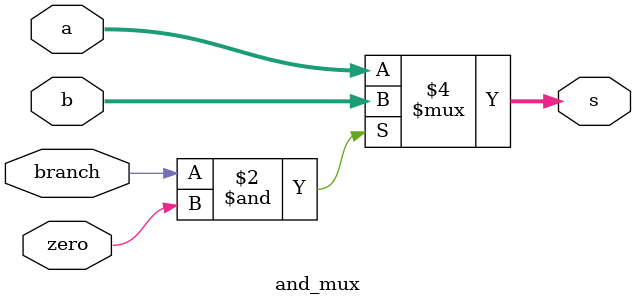
<source format=v>
module and_mux (
	input [31:0] a,
	input [31:0] b,
	input wire branch,
	input wire zero,
	output reg [31:0] s
);

	always @(*) begin
		s = ((branch & zero) == 1'b0) ? a : b;
	end
endmodule
</source>
